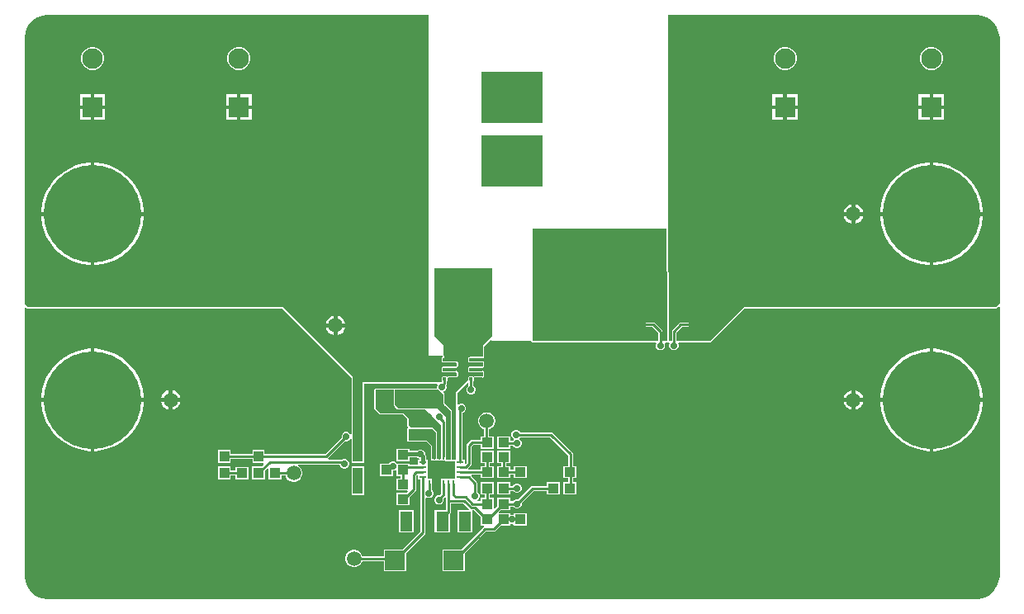
<source format=gtl>
G04*
G04 #@! TF.GenerationSoftware,Altium Limited,Altium Designer,21.3.2 (30)*
G04*
G04 Layer_Physical_Order=1*
G04 Layer_Color=255*
%FSLAX25Y25*%
%MOIN*%
G70*
G04*
G04 #@! TF.SameCoordinates,26355F08-9206-417B-94F2-C20795E45030*
G04*
G04*
G04 #@! TF.FilePolarity,Positive*
G04*
G01*
G75*
%ADD10C,0.01000*%
%ADD20R,0.06496X0.13189*%
%ADD21R,0.25000X0.20787*%
%ADD22R,0.07284X0.13386*%
%ADD23R,0.04331X0.03937*%
%ADD24R,0.03937X0.04331*%
%ADD25R,0.04331X0.04331*%
%ADD26R,0.04134X0.05906*%
%ADD27R,0.09449X0.05906*%
%ADD28R,0.10433X0.06496*%
%ADD29R,0.02756X0.00984*%
%ADD30R,0.00984X0.02756*%
%ADD31R,0.20984X0.23228*%
%ADD32R,0.20984X0.22008*%
%ADD33R,0.07874X0.07874*%
%ADD34R,0.05118X0.07874*%
%ADD35R,0.10236X0.07874*%
G04:AMPARAMS|DCode=58|XSize=11.85mil|YSize=13.82mil|CornerRadius=1.78mil|HoleSize=0mil|Usage=FLASHONLY|Rotation=90.000|XOffset=0mil|YOffset=0mil|HoleType=Round|Shape=RoundedRectangle|*
%AMROUNDEDRECTD58*
21,1,0.01185,0.01026,0,0,90.0*
21,1,0.00830,0.01382,0,0,90.0*
1,1,0.00356,0.00513,0.00415*
1,1,0.00356,0.00513,-0.00415*
1,1,0.00356,-0.00513,-0.00415*
1,1,0.00356,-0.00513,0.00415*
%
%ADD58ROUNDEDRECTD58*%
G04:AMPARAMS|DCode=59|XSize=11.85mil|YSize=34.49mil|CornerRadius=1.78mil|HoleSize=0mil|Usage=FLASHONLY|Rotation=90.000|XOffset=0mil|YOffset=0mil|HoleType=Round|Shape=RoundedRectangle|*
%AMROUNDEDRECTD59*
21,1,0.01185,0.03093,0,0,90.0*
21,1,0.00830,0.03449,0,0,90.0*
1,1,0.00356,0.01547,0.00415*
1,1,0.00356,0.01547,-0.00415*
1,1,0.00356,-0.01547,-0.00415*
1,1,0.00356,-0.01547,0.00415*
%
%ADD59ROUNDEDRECTD59*%
G04:AMPARAMS|DCode=60|XSize=11.85mil|YSize=48.27mil|CornerRadius=1.78mil|HoleSize=0mil|Usage=FLASHONLY|Rotation=90.000|XOffset=0mil|YOffset=0mil|HoleType=Round|Shape=RoundedRectangle|*
%AMROUNDEDRECTD60*
21,1,0.01185,0.04471,0,0,90.0*
21,1,0.00830,0.04827,0,0,90.0*
1,1,0.00356,0.02236,0.00415*
1,1,0.00356,0.02236,-0.00415*
1,1,0.00356,-0.02236,-0.00415*
1,1,0.00356,-0.02236,0.00415*
%
%ADD60ROUNDEDRECTD60*%
G04:AMPARAMS|DCode=61|XSize=11.85mil|YSize=55.16mil|CornerRadius=1.78mil|HoleSize=0mil|Usage=FLASHONLY|Rotation=90.000|XOffset=0mil|YOffset=0mil|HoleType=Round|Shape=RoundedRectangle|*
%AMROUNDEDRECTD61*
21,1,0.01185,0.05160,0,0,90.0*
21,1,0.00830,0.05516,0,0,90.0*
1,1,0.00356,0.02580,0.00415*
1,1,0.00356,0.02580,-0.00415*
1,1,0.00356,-0.02580,-0.00415*
1,1,0.00356,-0.02580,0.00415*
%
%ADD61ROUNDEDRECTD61*%
%ADD62C,0.04000*%
%ADD63C,0.01500*%
%ADD64C,0.05906*%
%ADD65R,0.08268X0.08268*%
%ADD66C,0.08268*%
%ADD67C,0.39370*%
%ADD68C,0.02756*%
G36*
X163088Y98425D02*
X168868D01*
X168918Y97925D01*
X168809Y97904D01*
X168585Y97754D01*
X168435Y97530D01*
X168382Y97265D01*
Y96436D01*
X168435Y96171D01*
X168585Y95947D01*
X168809Y95797D01*
X169073Y95745D01*
X174234D01*
X174601Y95311D01*
Y94453D01*
X174234Y94019D01*
X169073D01*
X168809Y93967D01*
X168585Y93817D01*
X168435Y93593D01*
X168382Y93328D01*
Y92499D01*
X168435Y92234D01*
X168585Y92010D01*
X168809Y91860D01*
X169073Y91808D01*
X174234D01*
X174601Y91374D01*
Y90516D01*
X174234Y90082D01*
X171140D01*
X170876Y90030D01*
X170620Y89896D01*
X170364Y90030D01*
X170100Y90082D01*
X169073D01*
X168809Y90030D01*
X168585Y89880D01*
X168435Y89656D01*
X168382Y89391D01*
Y88562D01*
X168435Y88297D01*
X168497Y88205D01*
X168326Y87705D01*
X168130D01*
X167874Y87598D01*
X134843D01*
X104331Y118110D01*
X1181D01*
X0Y119291D01*
Y226220D01*
Y227205D01*
X384Y229137D01*
X1138Y230957D01*
X2232Y232595D01*
X3625Y233988D01*
X5263Y235082D01*
X7083Y235836D01*
X9015Y236221D01*
X10000Y236220D01*
X163088Y236221D01*
Y98425D01*
D02*
G37*
G36*
X393701Y10000D02*
X393701Y9015D01*
X393317Y7083D01*
X392563Y5263D01*
X391468Y3625D01*
X390075Y2232D01*
X388438Y1138D01*
X386618Y384D01*
X384686Y-0D01*
X383701Y0D01*
X10000D01*
X9015Y-0D01*
X7083Y384D01*
X5263Y1138D01*
X3625Y2232D01*
X2232Y3625D01*
X1138Y5263D01*
X384Y7083D01*
X0Y9015D01*
Y10000D01*
Y117907D01*
X500Y118026D01*
X798Y117727D01*
X1181Y117569D01*
X1181Y117569D01*
X104106D01*
X132097Y89579D01*
Y66710D01*
X131597Y66610D01*
X131513Y66812D01*
X130985Y67340D01*
X130295Y67626D01*
X129548D01*
X128858Y67340D01*
X128329Y66812D01*
X128043Y66122D01*
Y65374D01*
X128062Y65330D01*
X121428Y58697D01*
X96957D01*
Y60343D01*
X92020D01*
Y58697D01*
X83177D01*
Y60343D01*
X78240D01*
Y55012D01*
X83177D01*
Y56658D01*
X92020D01*
Y55012D01*
X96367D01*
X96574Y54512D01*
X95712Y53650D01*
X91823D01*
Y48319D01*
X97154D01*
Y52208D01*
X98016Y53070D01*
X98516Y52863D01*
Y48516D01*
X103847D01*
Y49965D01*
X105360D01*
X105444Y49652D01*
X105898Y48864D01*
X106541Y48221D01*
X107329Y47767D01*
X108207Y47532D01*
X109116D01*
X109994Y47767D01*
X110782Y48221D01*
X111424Y48864D01*
X111879Y49652D01*
X112114Y50530D01*
Y51439D01*
X111879Y52317D01*
X111424Y53104D01*
X110782Y53747D01*
X110357Y53992D01*
X110491Y54492D01*
X127256D01*
Y54351D01*
X127542Y53661D01*
X128070Y53132D01*
X128760Y52846D01*
X129507D01*
X130198Y53132D01*
X130726Y53661D01*
X131012Y54351D01*
Y55098D01*
X130726Y55788D01*
X130198Y56317D01*
X129507Y56602D01*
X128760D01*
X128315Y56418D01*
X128261Y56454D01*
X127871Y56531D01*
X122836D01*
X122710Y56733D01*
X122647Y57031D01*
X129504Y63888D01*
X129548Y63870D01*
X130295D01*
X130985Y64156D01*
X131513Y64684D01*
X131597Y64886D01*
X132097Y64786D01*
Y61811D01*
Y57677D01*
X132177Y57273D01*
Y55012D01*
X137114D01*
Y57273D01*
X137195Y57677D01*
Y61811D01*
Y87057D01*
X151575D01*
X151575Y87057D01*
X151575Y87057D01*
X166440D01*
X166774Y86557D01*
X166626Y86200D01*
Y85453D01*
X166448Y85187D01*
X149606D01*
X149336Y85075D01*
X149065Y85187D01*
X141732D01*
X141350Y85028D01*
X141191Y84646D01*
Y77165D01*
X141350Y76783D01*
X141350Y76783D01*
X143318Y74814D01*
X143701Y74656D01*
X143701Y74656D01*
X152925D01*
X154577Y73004D01*
X154577Y70473D01*
X154577Y70472D01*
X154583Y70458D01*
X154583Y70452D01*
X154618Y69972D01*
X154618D01*
D01*
D01*
X154710Y69785D01*
X154735Y69280D01*
X154621Y69004D01*
X154618D01*
Y68997D01*
X154577Y68898D01*
Y64173D01*
X154618Y64074D01*
Y64067D01*
X154621D01*
X154735Y63791D01*
X155118Y63632D01*
X162374D01*
X164026Y61981D01*
Y56693D01*
X164184Y56310D01*
X164362Y56236D01*
Y55996D01*
X169886D01*
X169919Y55917D01*
X170302Y55758D01*
X172047D01*
X172318Y55870D01*
X172588Y55758D01*
X173909D01*
Y52354D01*
Y48728D01*
X168299D01*
Y46988D01*
X168272Y46850D01*
Y42681D01*
X167626Y42035D01*
X166949D01*
X166259Y41750D01*
X165731Y41221D01*
X165445Y40531D01*
Y39784D01*
X165731Y39094D01*
X166259Y38565D01*
X166949Y38280D01*
X167696D01*
X168387Y38565D01*
X168915Y39094D01*
X169201Y39784D01*
Y40531D01*
X169143Y40669D01*
X169740Y41266D01*
X170240Y41059D01*
Y35933D01*
X165642D01*
Y27059D01*
X171760D01*
Y34491D01*
X171981Y34712D01*
X172202Y35043D01*
X172279Y35433D01*
Y38819D01*
X177159D01*
X179545Y36433D01*
X179487Y36148D01*
X179358Y35933D01*
X174697D01*
Y27059D01*
X180815D01*
Y35563D01*
X180815Y35933D01*
X181261Y36063D01*
X181393D01*
X184146Y33310D01*
Y29815D01*
X185521D01*
X185570Y29315D01*
X185437Y29288D01*
X185106Y29067D01*
X181956Y25918D01*
X181956Y25918D01*
X176224Y20185D01*
X168791D01*
Y11311D01*
X177665D01*
Y18743D01*
X183398Y24476D01*
X183398Y24476D01*
X186249Y27327D01*
X189567D01*
X189957Y27404D01*
X190288Y27626D01*
X192477Y29815D01*
X196169D01*
Y30266D01*
X196378Y30406D01*
X197125D01*
X197531Y30134D01*
Y29815D01*
X202862D01*
Y34752D01*
X197531D01*
Y34433D01*
X197125Y34161D01*
X196378D01*
X196169Y34301D01*
Y34752D01*
X191572D01*
X191380Y35214D01*
X192280Y36114D01*
X196169D01*
Y37563D01*
X197208D01*
X197227Y37519D01*
X197755Y36991D01*
X198445Y36705D01*
X199193D01*
X199883Y36991D01*
X200411Y37519D01*
X200697Y38209D01*
Y38956D01*
X200678Y39000D01*
X205540Y43862D01*
X210917D01*
Y42413D01*
X216248D01*
Y47350D01*
X210917D01*
Y45902D01*
X205118D01*
X204728Y45824D01*
X204397Y45603D01*
X199237Y40442D01*
X199193Y40461D01*
X198445D01*
X197755Y40175D01*
X197227Y39646D01*
X197208Y39602D01*
X196169D01*
Y41051D01*
X190839D01*
Y37556D01*
X189938Y36656D01*
X189476Y36847D01*
Y41051D01*
X187831D01*
Y42413D01*
X189476D01*
Y47350D01*
X184146D01*
Y42413D01*
X185791D01*
Y41051D01*
X184146D01*
Y39602D01*
X182961D01*
X182862Y40102D01*
X182954Y40140D01*
X183482Y40668D01*
X183768Y41359D01*
Y42106D01*
X183482Y42796D01*
X182954Y43324D01*
X182909Y43343D01*
Y46850D01*
X182832Y47241D01*
X182611Y47571D01*
X180324Y49858D01*
X180531Y50358D01*
X184087D01*
Y48933D01*
X189417D01*
Y53870D01*
X187831D01*
Y55012D01*
X189476D01*
Y59949D01*
X184146D01*
Y55012D01*
X185791D01*
Y53870D01*
X184087D01*
Y52398D01*
X179350D01*
X179143Y52898D01*
X180248Y54003D01*
X180470Y54334D01*
X180547Y54724D01*
Y61782D01*
X181131Y62366D01*
X184146D01*
Y60917D01*
X189476D01*
Y65854D01*
X187634D01*
Y68746D01*
X187947Y68830D01*
X188734Y69284D01*
X189377Y69927D01*
X189832Y70714D01*
X190067Y71593D01*
Y72502D01*
X189832Y73380D01*
X189377Y74167D01*
X188734Y74810D01*
X187947Y75265D01*
X187069Y75500D01*
X186160D01*
X185282Y75265D01*
X184494Y74810D01*
X183851Y74167D01*
X183397Y73380D01*
X183161Y72502D01*
Y71593D01*
X183397Y70714D01*
X183851Y69927D01*
X184494Y69284D01*
X185282Y68830D01*
X185595Y68746D01*
Y65854D01*
X184146D01*
Y64405D01*
X180709D01*
X180318Y64328D01*
X179988Y64107D01*
X178807Y62926D01*
X178586Y62595D01*
X178508Y62205D01*
Y55147D01*
X178165Y54804D01*
X177665Y55011D01*
Y56307D01*
X176807D01*
Y75310D01*
X177442Y75573D01*
X177970Y76102D01*
X178256Y76792D01*
Y77539D01*
X177970Y78229D01*
X177442Y78757D01*
X176751Y79043D01*
X176004D01*
X175314Y78757D01*
X175254Y78697D01*
X174754Y78904D01*
Y83437D01*
X178785Y87469D01*
X179247Y87277D01*
Y86234D01*
X178723Y85709D01*
X178437Y85019D01*
Y84272D01*
X178723Y83582D01*
X179251Y83054D01*
X179941Y82768D01*
X180689D01*
X181379Y83054D01*
X181907Y83582D01*
X182193Y84272D01*
Y85019D01*
X181907Y85709D01*
X181379Y86238D01*
X181287Y86276D01*
Y87597D01*
Y88170D01*
D01*
X181370Y88296D01*
X181423Y88560D01*
Y89386D01*
X181453Y89411D01*
X181502Y89415D01*
X181690Y89513D01*
X181826Y89540D01*
X184866D01*
X185035Y89609D01*
X185209Y89662D01*
X185383Y89805D01*
X185396Y89830D01*
X185422Y89841D01*
X185492Y90009D01*
X185502Y90028D01*
X185578Y90170D01*
X185570Y90197D01*
X185581Y90223D01*
Y91664D01*
X185570Y91690D01*
X185578Y91717D01*
X185492Y91878D01*
X185422Y92047D01*
X185396Y92057D01*
X185383Y92082D01*
X185209Y92225D01*
X185035Y92278D01*
X184866Y92348D01*
X179759D01*
X179652Y92369D01*
X179607Y92399D01*
X179577Y92444D01*
X179556Y92551D01*
Y93274D01*
X179577Y93380D01*
X179607Y93425D01*
X179652Y93455D01*
X179759Y93477D01*
X184866D01*
X185035Y93547D01*
X185209Y93599D01*
X185383Y93742D01*
X185396Y93767D01*
X185422Y93778D01*
X185492Y93946D01*
D01*
X185578Y94107D01*
X185570Y94134D01*
X185581Y94160D01*
Y95601D01*
X185570Y95627D01*
X185578Y95654D01*
X185492Y95815D01*
D01*
X185422Y95984D01*
X185396Y95994D01*
X185383Y96019D01*
X185209Y96162D01*
X185035Y96215D01*
X184866Y96285D01*
X179759D01*
X179652Y96306D01*
X179607Y96336D01*
X179577Y96381D01*
D01*
X179556Y96488D01*
D01*
Y97211D01*
X179577Y97317D01*
X179607Y97362D01*
X179652Y97392D01*
X179759Y97414D01*
X184866D01*
X185035Y97484D01*
X185209Y97537D01*
X185383Y97679D01*
X185396Y97704D01*
X185422Y97715D01*
X185492Y97883D01*
D01*
X185578Y98044D01*
X185570Y98071D01*
X185581Y98097D01*
Y102138D01*
X187920Y104478D01*
X188354Y104638D01*
X188800Y104507D01*
X188976Y104331D01*
X204577Y104331D01*
X204735Y103948D01*
X205118Y103789D01*
X254689D01*
X255018Y103289D01*
X255018Y103289D01*
X254856Y103128D01*
Y101748D01*
X255956Y100647D01*
X257512D01*
X258612Y101748D01*
Y102899D01*
X258450Y103289D01*
X258779Y103789D01*
X259449D01*
X259645Y103871D01*
X259962Y103924D01*
X260247Y103870D01*
X260251Y103867D01*
X260474Y103574D01*
X260454Y103305D01*
X260285Y102899D01*
Y101748D01*
X261386Y100647D01*
X262941D01*
X264041Y101748D01*
Y103128D01*
X263880Y103289D01*
X264209Y103789D01*
X276772Y103789D01*
X276772Y103789D01*
X277154Y103948D01*
X277154Y103948D01*
X290775Y117569D01*
X392126D01*
X392126Y117569D01*
X392509Y117727D01*
X392891Y118110D01*
X393701D01*
X393701Y10000D01*
D02*
G37*
G36*
X259301Y132640D02*
X259343Y132540D01*
Y132432D01*
X259449Y132176D01*
Y104831D01*
Y104331D01*
X257480D01*
Y108661D01*
X254331Y111811D01*
X250787D01*
Y110236D01*
X253543D01*
X255906Y107874D01*
Y104331D01*
X205118D01*
Y149606D01*
X259301D01*
Y132640D01*
D02*
G37*
G36*
X386618Y235836D02*
X388438Y235082D01*
X390075Y233988D01*
X391468Y232595D01*
X392563Y230957D01*
X393317Y229137D01*
X393701Y227205D01*
Y226220D01*
Y119685D01*
X392126Y118110D01*
X290551D01*
X276772Y104331D01*
X262992Y104331D01*
Y107874D01*
X265354Y110236D01*
X268110D01*
Y111811D01*
X264567D01*
X261417Y108661D01*
Y104331D01*
X260490D01*
X259990Y104831D01*
Y132176D01*
X259949Y132275D01*
Y132383D01*
X259842Y132640D01*
Y149606D01*
Y236221D01*
X384686D01*
X386618Y235836D01*
D02*
G37*
G36*
X188976Y106299D02*
X185039Y102362D01*
Y98097D01*
X184866Y97955D01*
X179706D01*
X179441Y97902D01*
X179217Y97752D01*
X179067Y97528D01*
X179015Y97264D01*
Y96434D01*
X179067Y96170D01*
X179217Y95946D01*
X179441Y95796D01*
X179706Y95743D01*
X184866D01*
X185039Y95601D01*
Y94160D01*
X184866Y94018D01*
X179706D01*
X179441Y93965D01*
X179217Y93815D01*
X179067Y93591D01*
X179015Y93327D01*
Y92497D01*
X179067Y92233D01*
X179217Y92009D01*
X179441Y91859D01*
X179706Y91806D01*
X184866D01*
X185039Y91664D01*
Y90223D01*
X184866Y90081D01*
X181772D01*
X181508Y90028D01*
X181252Y89895D01*
X180996Y90028D01*
X180732Y90081D01*
X179706D01*
X179441Y90028D01*
X179217Y89878D01*
X179067Y89654D01*
X179015Y89390D01*
Y88560D01*
X179031Y88480D01*
X174213Y83661D01*
Y77756D01*
Y56307D01*
X173909D01*
Y56299D01*
X172588D01*
Y75984D01*
X172430Y76367D01*
X172430Y76367D01*
X170174Y78623D01*
X169885Y78743D01*
X169765Y79032D01*
X169765Y79032D01*
X169615Y79182D01*
Y82895D01*
X169615Y82895D01*
X169456Y83278D01*
X169166Y83568D01*
X169231Y84095D01*
X169568Y84235D01*
X170096Y84763D01*
X170382Y85453D01*
Y86200D01*
X170272Y86467D01*
X170308Y86503D01*
X170529Y86834D01*
X170606Y87224D01*
Y88099D01*
X170738Y88297D01*
X170791Y88562D01*
Y89387D01*
X170821Y89412D01*
X170870Y89416D01*
X171057Y89514D01*
X171194Y89541D01*
X174234D01*
X174256Y89550D01*
X174278Y89543D01*
X174444Y89628D01*
X174616Y89700D01*
X174625Y89721D01*
X174646Y89732D01*
X175014Y90166D01*
X175071Y90344D01*
X175143Y90516D01*
Y91374D01*
X175071Y91546D01*
X175014Y91724D01*
X174646Y92158D01*
X174625Y92168D01*
X174616Y92190D01*
X174444Y92262D01*
X174278Y92347D01*
X174256Y92340D01*
X174234Y92349D01*
X169127D01*
X169073Y92359D01*
Y93467D01*
X169127Y93478D01*
X174234D01*
X174256Y93487D01*
X174278Y93480D01*
X174444Y93565D01*
X174616Y93637D01*
X174625Y93658D01*
X174646Y93669D01*
X175014Y94103D01*
X175071Y94281D01*
X175143Y94453D01*
Y95311D01*
X175071Y95483D01*
X175014Y95661D01*
X174646Y96095D01*
X174625Y96105D01*
X174616Y96127D01*
X174444Y96199D01*
X174278Y96284D01*
X174256Y96277D01*
X174234Y96286D01*
X169127D01*
X169073Y96296D01*
Y97428D01*
X169175Y97496D01*
X169336Y97582D01*
X169344Y97609D01*
X169368Y97624D01*
X169403Y97804D01*
X169456Y97978D01*
X169407Y98478D01*
X169321Y98639D01*
X169251Y98808D01*
X169225Y98819D01*
X169212Y98843D01*
X169073Y98886D01*
Y102580D01*
X165354Y106299D01*
X165354Y133858D01*
X188976D01*
Y106299D01*
D02*
G37*
G36*
X149065Y78740D02*
X149065Y78740D01*
X149224Y78357D01*
X149224Y78357D01*
X149606Y77975D01*
Y77756D01*
X150591Y76772D01*
X150825D01*
X151181Y76624D01*
X151181Y76624D01*
X161959D01*
X165817Y72766D01*
X165826Y72744D01*
X166354Y72216D01*
X166376Y72206D01*
X168139Y70443D01*
Y56693D01*
X166535D01*
Y67716D01*
X164960Y69291D01*
X156299Y69291D01*
X155118Y70472D01*
X155118Y73228D01*
X153150Y75197D01*
X143701D01*
X141732Y77165D01*
Y84646D01*
X149065D01*
Y78740D01*
D02*
G37*
G36*
X156299Y68750D02*
X156299Y68750D01*
X164736Y68750D01*
X165994Y67492D01*
Y56693D01*
X164567D01*
Y62205D01*
X162598Y64173D01*
X155118D01*
Y68898D01*
X155943D01*
X156299Y68750D01*
D02*
G37*
G36*
X167440Y84235D02*
X167941Y84027D01*
X169073Y82895D01*
Y78958D01*
X169382Y78650D01*
Y78240D01*
X169791D01*
X172047Y75984D01*
Y56299D01*
X170302D01*
Y57829D01*
X170311Y57874D01*
Y71611D01*
X170302Y71656D01*
Y73792D01*
X166929Y77165D01*
X151181D01*
X149606Y78740D01*
Y84646D01*
X167029D01*
X167440Y84235D01*
D02*
G37*
%LPC*%
G36*
X87177Y223138D02*
X85957D01*
X84778Y222822D01*
X83722Y222212D01*
X82859Y221349D01*
X82249Y220292D01*
X81933Y219114D01*
Y217894D01*
X82249Y216715D01*
X82859Y215659D01*
X83722Y214796D01*
X84778Y214186D01*
X85957Y213870D01*
X87177D01*
X88355Y214186D01*
X89412Y214796D01*
X90275Y215659D01*
X90885Y216715D01*
X91201Y217894D01*
Y219114D01*
X90885Y220292D01*
X90275Y221349D01*
X89412Y222212D01*
X88355Y222822D01*
X87177Y223138D01*
D02*
G37*
G36*
X28122D02*
X26902D01*
X25723Y222822D01*
X24667Y222212D01*
X23804Y221349D01*
X23194Y220292D01*
X22878Y219114D01*
Y217894D01*
X23194Y216715D01*
X23804Y215659D01*
X24667Y214796D01*
X25723Y214186D01*
X26902Y213870D01*
X28122D01*
X29300Y214186D01*
X30357Y214796D01*
X31220Y215659D01*
X31830Y216715D01*
X32146Y217894D01*
Y219114D01*
X31830Y220292D01*
X31220Y221349D01*
X30357Y222212D01*
X29300Y222822D01*
X28122Y223138D01*
D02*
G37*
G36*
X32646Y203953D02*
X28262D01*
Y199569D01*
X32646D01*
Y203953D01*
D02*
G37*
G36*
X91701D02*
X87317D01*
Y199569D01*
X91701D01*
Y203953D01*
D02*
G37*
G36*
X85817D02*
X81433D01*
Y199569D01*
X85817D01*
Y203953D01*
D02*
G37*
G36*
X26762D02*
X22378D01*
Y199569D01*
X26762D01*
Y203953D01*
D02*
G37*
G36*
X91701Y198069D02*
X87317D01*
Y193685D01*
X91701D01*
Y198069D01*
D02*
G37*
G36*
X85817D02*
X81433D01*
Y193685D01*
X85817D01*
Y198069D01*
D02*
G37*
G36*
X32646D02*
X28262D01*
Y193685D01*
X32646D01*
Y198069D01*
D02*
G37*
G36*
X26762D02*
X22378D01*
Y193685D01*
X26762D01*
Y198069D01*
D02*
G37*
G36*
X28915Y176315D02*
X28309D01*
Y156380D01*
X48244D01*
Y156986D01*
X47890Y159674D01*
X47188Y162293D01*
X46151Y164798D01*
X44795Y167147D01*
X43144Y169298D01*
X41227Y171215D01*
X39076Y172866D01*
X36727Y174222D01*
X34222Y175259D01*
X31603Y175961D01*
X28915Y176315D01*
D02*
G37*
G36*
X26809D02*
X26203D01*
X23515Y175961D01*
X20896Y175259D01*
X18391Y174222D01*
X16042Y172866D01*
X13891Y171215D01*
X11974Y169298D01*
X10323Y167147D01*
X8967Y164798D01*
X7930Y162293D01*
X7228Y159674D01*
X6874Y156986D01*
Y156380D01*
X26809D01*
Y176315D01*
D02*
G37*
G36*
X48244Y154880D02*
X28309D01*
Y134945D01*
X28915D01*
X31603Y135299D01*
X34222Y136001D01*
X36727Y137038D01*
X39076Y138394D01*
X41227Y140045D01*
X43144Y141962D01*
X44795Y144113D01*
X46151Y146461D01*
X47188Y148967D01*
X47890Y151586D01*
X48244Y154274D01*
Y154880D01*
D02*
G37*
G36*
X26809D02*
X6874D01*
Y154274D01*
X7228Y151586D01*
X7930Y148967D01*
X8967Y146461D01*
X10323Y144113D01*
X11974Y141962D01*
X13891Y140045D01*
X16042Y138394D01*
X18391Y137038D01*
X20896Y136001D01*
X23515Y135299D01*
X26203Y134945D01*
X26809D01*
Y154880D01*
D02*
G37*
G36*
X126341Y114521D02*
Y111380D01*
X129482D01*
X129274Y112156D01*
X128753Y113057D01*
X128018Y113793D01*
X127116Y114313D01*
X126341Y114521D01*
D02*
G37*
G36*
X124841D02*
X124065Y114313D01*
X123163Y113793D01*
X122428Y113057D01*
X121907Y112156D01*
X121699Y111380D01*
X124841D01*
Y114521D01*
D02*
G37*
G36*
X129482Y109880D02*
X126341D01*
Y106739D01*
X127116Y106947D01*
X128018Y107467D01*
X128753Y108203D01*
X129274Y109104D01*
X129482Y109880D01*
D02*
G37*
G36*
X124841D02*
X121699D01*
X121907Y109104D01*
X122428Y108203D01*
X123163Y107467D01*
X124065Y106947D01*
X124841Y106739D01*
Y109880D01*
D02*
G37*
G36*
X59805Y84482D02*
Y81340D01*
X62946D01*
X62739Y82116D01*
X62218Y83018D01*
X61482Y83754D01*
X60581Y84274D01*
X59805Y84482D01*
D02*
G37*
G36*
X28915Y101276D02*
X28309D01*
Y81340D01*
X48244D01*
Y81946D01*
X47890Y84635D01*
X47188Y87254D01*
X46151Y89759D01*
X44795Y92107D01*
X43144Y94258D01*
X41227Y96176D01*
X39076Y97826D01*
X36727Y99182D01*
X34222Y100220D01*
X31603Y100922D01*
X28915Y101276D01*
D02*
G37*
G36*
X367497D02*
X366892D01*
Y81340D01*
X386827D01*
Y81946D01*
X386473Y84635D01*
X385771Y87254D01*
X384733Y89759D01*
X383378Y92107D01*
X381727Y94258D01*
X379810Y96176D01*
X377658Y97826D01*
X375310Y99182D01*
X372805Y100220D01*
X370186Y100922D01*
X367497Y101276D01*
D02*
G37*
G36*
X58305Y84482D02*
X57529Y84274D01*
X56628Y83754D01*
X55892Y83018D01*
X55372Y82116D01*
X55164Y81340D01*
X58305D01*
Y84482D01*
D02*
G37*
G36*
X365392Y101276D02*
X364786D01*
X362098Y100922D01*
X359478Y100220D01*
X356973Y99182D01*
X354625Y97826D01*
X352474Y96176D01*
X350556Y94258D01*
X348906Y92107D01*
X347550Y89759D01*
X346512Y87254D01*
X345811Y84635D01*
X345457Y81946D01*
Y81340D01*
X365392D01*
Y101276D01*
D02*
G37*
G36*
X26809D02*
X26203D01*
X23515Y100922D01*
X20896Y100220D01*
X18391Y99182D01*
X16042Y97826D01*
X13891Y96176D01*
X11974Y94258D01*
X10323Y92107D01*
X8967Y89759D01*
X7930Y87254D01*
X7228Y84635D01*
X6874Y81946D01*
Y81340D01*
X26809D01*
Y101276D01*
D02*
G37*
G36*
X335396Y84466D02*
Y81325D01*
X338537D01*
X338329Y82100D01*
X337809Y83002D01*
X337073Y83738D01*
X336171Y84258D01*
X335396Y84466D01*
D02*
G37*
G36*
X333896Y84466D02*
X333120Y84258D01*
X332219Y83738D01*
X331483Y83002D01*
X330962Y82100D01*
X330754Y81325D01*
X333896D01*
Y84466D01*
D02*
G37*
G36*
X62946Y79840D02*
X59805D01*
Y76699D01*
X60581Y76907D01*
X61482Y77428D01*
X62218Y78163D01*
X62739Y79065D01*
X62946Y79840D01*
D02*
G37*
G36*
X58305D02*
X55164D01*
X55372Y79065D01*
X55892Y78163D01*
X56628Y77428D01*
X57529Y76907D01*
X58305Y76699D01*
Y79840D01*
D02*
G37*
G36*
X338537Y79825D02*
X335396D01*
Y76683D01*
X336171Y76891D01*
X337073Y77412D01*
X337809Y78148D01*
X338329Y79049D01*
X338537Y79825D01*
D02*
G37*
G36*
X333896D02*
X330754D01*
X330962Y79049D01*
X331483Y78148D01*
X332219Y77412D01*
X333120Y76891D01*
X333896Y76683D01*
Y79825D01*
D02*
G37*
G36*
X198799Y68413D02*
X198052D01*
X197361Y68128D01*
X196833Y67599D01*
X196547Y66909D01*
Y66162D01*
X196833Y65472D01*
X197361Y64943D01*
X197394Y64930D01*
X197501Y64390D01*
X197175Y64012D01*
X196169D01*
Y65854D01*
X190839D01*
Y60917D01*
X196169D01*
Y61972D01*
X197208D01*
X197227Y61928D01*
X197755Y61400D01*
X198445Y61114D01*
X199193D01*
X199883Y61400D01*
X200411Y61928D01*
X200697Y62619D01*
Y63366D01*
X200411Y64056D01*
X199883Y64584D01*
X199850Y64598D01*
X199743Y65137D01*
X200069Y65516D01*
X212176D01*
X219453Y58239D01*
Y53870D01*
X217610D01*
Y48933D01*
X219453D01*
Y47350D01*
X217610D01*
Y42413D01*
X222941D01*
Y47350D01*
X221492D01*
Y48933D01*
X222941D01*
Y53870D01*
X221492D01*
Y58661D01*
X221414Y59052D01*
X221193Y59382D01*
X213319Y67256D01*
X212989Y67477D01*
X212598Y67555D01*
X200036D01*
X200017Y67599D01*
X199489Y68128D01*
X198799Y68413D01*
D02*
G37*
G36*
X386827Y79840D02*
X366892D01*
Y59905D01*
X367497D01*
X370186Y60259D01*
X372805Y60961D01*
X375310Y61999D01*
X377658Y63355D01*
X379810Y65005D01*
X381727Y66923D01*
X383378Y69074D01*
X384733Y71422D01*
X385771Y73927D01*
X386473Y76546D01*
X386827Y79235D01*
Y79840D01*
D02*
G37*
G36*
X365392D02*
X345457D01*
Y79235D01*
X345811Y76546D01*
X346512Y73927D01*
X347550Y71422D01*
X348906Y69074D01*
X350556Y66923D01*
X352474Y65005D01*
X354625Y63355D01*
X356973Y61999D01*
X359478Y60961D01*
X362098Y60259D01*
X364786Y59905D01*
X365392D01*
Y79840D01*
D02*
G37*
G36*
X48244D02*
X28309D01*
Y59905D01*
X28915D01*
X31603Y60259D01*
X34222Y60961D01*
X36727Y61999D01*
X39076Y63355D01*
X41227Y65005D01*
X43144Y66923D01*
X44795Y69074D01*
X46151Y71422D01*
X47188Y73927D01*
X47890Y76546D01*
X48244Y79235D01*
Y79840D01*
D02*
G37*
G36*
X26809D02*
X6874D01*
Y79235D01*
X7228Y76546D01*
X7930Y73927D01*
X8967Y71422D01*
X10323Y69074D01*
X11974Y66923D01*
X13891Y65005D01*
X16042Y63355D01*
X18391Y61999D01*
X20896Y60961D01*
X23515Y60259D01*
X26203Y59905D01*
X26809D01*
Y79840D01*
D02*
G37*
G36*
X155618Y60736D02*
X150287D01*
Y55799D01*
X155618D01*
Y57387D01*
X158461D01*
X158779Y57069D01*
X159469Y56783D01*
X159412Y56307D01*
X158949D01*
Y54366D01*
X155618D01*
Y54831D01*
X150331D01*
X150305Y54895D01*
X149776Y55423D01*
X149086Y55709D01*
X148339D01*
X147649Y55423D01*
X147121Y54895D01*
X147094Y54831D01*
X143595D01*
Y49894D01*
X148925D01*
Y51953D01*
X149086D01*
X149776Y52239D01*
X149826Y52288D01*
X150287Y52096D01*
Y49894D01*
X151933D01*
Y48925D01*
X150287D01*
Y43988D01*
X154491D01*
X154683Y43526D01*
X154176Y43020D01*
X150287D01*
Y38083D01*
X155618D01*
Y41578D01*
X157808Y43767D01*
X158029Y44098D01*
X158106Y44488D01*
Y49971D01*
X158449Y50314D01*
X158949Y50251D01*
Y48417D01*
X159807D01*
Y27391D01*
X152601Y20185D01*
X145169D01*
Y17555D01*
X136372D01*
X136288Y17868D01*
X135834Y18655D01*
X135191Y19298D01*
X134404Y19753D01*
X133525Y19988D01*
X132616D01*
X131738Y19753D01*
X130951Y19298D01*
X130308Y18655D01*
X129853Y17868D01*
X129618Y16990D01*
Y16081D01*
X129853Y15203D01*
X130308Y14415D01*
X130951Y13773D01*
X131738Y13318D01*
X132616Y13083D01*
X133525D01*
X134404Y13318D01*
X135191Y13773D01*
X135834Y14415D01*
X136288Y15203D01*
X136372Y15516D01*
X145169D01*
Y11311D01*
X154043D01*
Y18743D01*
X161548Y26248D01*
X161769Y26578D01*
X161846Y26969D01*
Y40857D01*
X162346Y41131D01*
X162831Y40930D01*
X163578D01*
X164269Y41216D01*
X164797Y41744D01*
X165083Y42434D01*
Y43181D01*
X164797Y43872D01*
X164405Y44263D01*
Y46850D01*
X164378Y46988D01*
Y48728D01*
X162705D01*
Y52354D01*
Y56307D01*
X162101D01*
Y57677D01*
X162004Y58165D01*
X161728Y58578D01*
X161721Y58586D01*
Y59035D01*
X161435Y59725D01*
X160906Y60254D01*
X160216Y60539D01*
X159469D01*
X158779Y60254D01*
X158461Y59936D01*
X155618D01*
Y60736D01*
D02*
G37*
G36*
X196169Y59949D02*
X190839D01*
Y55012D01*
X192484D01*
Y53870D01*
X190779D01*
Y48933D01*
X196110D01*
Y50441D01*
X197531D01*
Y48933D01*
X202862D01*
Y53870D01*
X197531D01*
Y52480D01*
X196110D01*
Y53870D01*
X194524D01*
Y55012D01*
X196169D01*
Y59949D01*
D02*
G37*
G36*
X83177Y53650D02*
X78240D01*
Y48319D01*
X83177D01*
Y49965D01*
X85130D01*
Y48516D01*
X90461D01*
Y53453D01*
X85130D01*
Y52004D01*
X83177D01*
Y53650D01*
D02*
G37*
G36*
X196169Y47350D02*
X190839D01*
Y42413D01*
X196169D01*
Y43862D01*
X197208D01*
X197227Y43818D01*
X197755Y43290D01*
X198445Y43004D01*
X199193D01*
X199883Y43290D01*
X200411Y43818D01*
X200697Y44508D01*
Y45255D01*
X200411Y45946D01*
X199883Y46474D01*
X199193Y46760D01*
X198445D01*
X197755Y46474D01*
X197227Y45946D01*
X197208Y45902D01*
X196169D01*
Y47350D01*
D02*
G37*
G36*
X137114Y53650D02*
X132177D01*
Y51389D01*
X132097Y50984D01*
Y47835D01*
Y44685D01*
X132177Y44280D01*
Y42020D01*
X137114D01*
Y44280D01*
X137195Y44685D01*
Y47835D01*
Y50984D01*
X137114Y51389D01*
Y53650D01*
D02*
G37*
G36*
X157193Y35933D02*
X151075D01*
Y27059D01*
X157193D01*
Y35933D01*
D02*
G37*
G36*
X366705Y223138D02*
X365484D01*
X364306Y222822D01*
X363249Y222212D01*
X362386Y221349D01*
X361776Y220292D01*
X361461Y219114D01*
Y217894D01*
X361776Y216715D01*
X362386Y215659D01*
X363249Y214796D01*
X364306Y214186D01*
X365484Y213870D01*
X366705D01*
X367883Y214186D01*
X368940Y214796D01*
X369802Y215659D01*
X370413Y216715D01*
X370728Y217894D01*
Y219114D01*
X370413Y220292D01*
X369802Y221349D01*
X368940Y222212D01*
X367883Y222822D01*
X366705Y223138D01*
D02*
G37*
G36*
X307649D02*
X306429D01*
X305251Y222822D01*
X304194Y222212D01*
X303331Y221349D01*
X302721Y220292D01*
X302406Y219114D01*
Y217894D01*
X302721Y216715D01*
X303331Y215659D01*
X304194Y214796D01*
X305251Y214186D01*
X306429Y213870D01*
X307649D01*
X308828Y214186D01*
X309885Y214796D01*
X310747Y215659D01*
X311357Y216715D01*
X311673Y217894D01*
Y219114D01*
X311357Y220292D01*
X310747Y221349D01*
X309885Y222212D01*
X308828Y222822D01*
X307649Y223138D01*
D02*
G37*
G36*
X312173Y203953D02*
X307789D01*
Y199569D01*
X312173D01*
Y203953D01*
D02*
G37*
G36*
X371228D02*
X366845D01*
Y199569D01*
X371228D01*
Y203953D01*
D02*
G37*
G36*
X365345D02*
X360961D01*
Y199569D01*
X365345D01*
Y203953D01*
D02*
G37*
G36*
X306289D02*
X301905D01*
Y199569D01*
X306289D01*
Y203953D01*
D02*
G37*
G36*
X371228Y198069D02*
X366845D01*
Y193685D01*
X371228D01*
Y198069D01*
D02*
G37*
G36*
X365345D02*
X360961D01*
Y193685D01*
X365345D01*
Y198069D01*
D02*
G37*
G36*
X312173D02*
X307789D01*
Y193685D01*
X312173D01*
Y198069D01*
D02*
G37*
G36*
X306289D02*
X301905D01*
Y193685D01*
X306289D01*
Y198069D01*
D02*
G37*
G36*
X335396Y159521D02*
Y156380D01*
X338537D01*
X338329Y157156D01*
X337809Y158057D01*
X337073Y158793D01*
X336171Y159313D01*
X335396Y159521D01*
D02*
G37*
G36*
X367497Y176315D02*
X366892D01*
Y156380D01*
X386827D01*
Y156986D01*
X386473Y159674D01*
X385771Y162293D01*
X384733Y164798D01*
X383378Y167147D01*
X381727Y169298D01*
X379810Y171215D01*
X377658Y172866D01*
X375310Y174222D01*
X372805Y175259D01*
X370186Y175961D01*
X367497Y176315D01*
D02*
G37*
G36*
X333896Y159521D02*
X333120Y159313D01*
X332219Y158793D01*
X331483Y158057D01*
X330962Y157156D01*
X330754Y156380D01*
X333896D01*
Y159521D01*
D02*
G37*
G36*
X365392Y176315D02*
X364786D01*
X362098Y175961D01*
X359478Y175259D01*
X356973Y174222D01*
X354625Y172866D01*
X352474Y171215D01*
X350556Y169298D01*
X348906Y167147D01*
X347550Y164798D01*
X346512Y162293D01*
X345811Y159674D01*
X345457Y156986D01*
Y156380D01*
X365392D01*
Y176315D01*
D02*
G37*
G36*
X338537Y154880D02*
X335396D01*
Y151739D01*
X336171Y151946D01*
X337073Y152467D01*
X337809Y153203D01*
X338329Y154104D01*
X338537Y154880D01*
D02*
G37*
G36*
X333896D02*
X330754D01*
X330962Y154104D01*
X331483Y153203D01*
X332219Y152467D01*
X333120Y151946D01*
X333896Y151739D01*
Y154880D01*
D02*
G37*
G36*
X386827D02*
X366892D01*
Y134945D01*
X367497D01*
X370186Y135299D01*
X372805Y136001D01*
X375310Y137038D01*
X377658Y138394D01*
X379810Y140045D01*
X381727Y141962D01*
X383378Y144113D01*
X384733Y146461D01*
X385771Y148967D01*
X386473Y151586D01*
X386827Y154274D01*
Y154880D01*
D02*
G37*
G36*
X365392D02*
X345457D01*
Y154274D01*
X345811Y151586D01*
X346512Y148967D01*
X347550Y146461D01*
X348906Y144113D01*
X350556Y141962D01*
X352474Y140045D01*
X354625Y138394D01*
X356973Y137038D01*
X359478Y136001D01*
X362098Y135299D01*
X364786Y134945D01*
X365392D01*
Y154880D01*
D02*
G37*
%LPD*%
D10*
X220472Y45079D02*
Y58661D01*
X220276Y44882D02*
X220472Y45079D01*
X198425Y66535D02*
X212598D01*
X220472Y58661D01*
X205118Y44882D02*
X213583D01*
X198819Y38583D02*
X205118Y44882D01*
X185827Y28346D02*
X189567D01*
X182677Y25197D02*
X185827Y28346D01*
X189567D02*
X191839Y30618D01*
X193307Y32283D02*
X196752D01*
X191839Y30618D02*
Y30815D01*
X193307Y32283D01*
X176665Y19185D02*
X176665D01*
X173228Y15748D02*
X176665Y19185D01*
X182677Y25197D02*
Y25197D01*
X176665Y19185D02*
X182677Y25197D01*
X186614Y72047D02*
Y73401D01*
Y63583D02*
Y72047D01*
X196752Y32283D02*
X200000D01*
X179331Y49409D02*
X181890Y46850D01*
Y41732D02*
Y46850D01*
X175787Y49409D02*
X179331D01*
X193504Y51461D02*
X200138D01*
X200197Y51402D01*
X171260Y39839D02*
X171260Y39839D01*
X171260Y35433D02*
Y46850D01*
X171260Y39839D02*
X177581D01*
X168701Y32874D02*
X171260Y35433D01*
X168701Y31496D02*
Y32874D01*
X177581Y39839D02*
X180337Y37083D01*
X186614Y32283D02*
X187008D01*
X185146Y33752D02*
Y33752D01*
X180337Y37083D02*
X181815D01*
X185146Y33752D02*
X186614Y32283D01*
X181815Y37083D02*
X185146Y33752D01*
X187008Y32283D02*
X193307Y38583D01*
X193504D02*
X198819D01*
X193307D02*
X193504D01*
Y44882D02*
X198819D01*
X262163Y108227D02*
X264961Y111024D01*
X271260D01*
X262163Y102525D02*
Y108227D01*
X256734Y102525D02*
Y108227D01*
X247638Y111024D02*
X253937D01*
X256734Y108227D01*
X133071Y16535D02*
X148819D01*
X149606Y15748D01*
X186614Y63583D02*
X186811Y63386D01*
X193445Y51402D02*
X193504Y51461D01*
Y57480D01*
X186811Y51461D02*
Y57480D01*
X186752Y51402D02*
X186811Y51461D01*
X186728Y51378D02*
X186752Y51402D01*
X175787Y51378D02*
X186728D01*
X180709Y63386D02*
X186811D01*
X179528Y62205D02*
X180709Y63386D01*
X179528Y54724D02*
Y62205D01*
X178150Y53347D02*
X179528Y54724D01*
X175787Y53347D02*
X178150D01*
X193898Y62992D02*
X198819D01*
X193504Y63386D02*
X193898Y62992D01*
X186811Y38583D02*
Y44882D01*
X178203Y41339D02*
X180959Y38583D01*
X174016Y41339D02*
X178203D01*
X180959Y38583D02*
X186811D01*
X173228Y42126D02*
Y46850D01*
Y42126D02*
X174016Y41339D01*
X128347Y44291D02*
X132980Y39658D01*
X94488Y44291D02*
X128347D01*
X134646Y37992D02*
Y38189D01*
X132980Y39658D02*
X133177D01*
X134646Y38189D01*
X127871Y55512D02*
X128659Y54724D01*
X99016Y55512D02*
X127871D01*
X128659Y54724D02*
X129134D01*
X94488Y50984D02*
X99016Y55512D01*
X163205Y42808D02*
X163386Y42989D01*
Y46850D01*
X94488Y57677D02*
X121850D01*
X129921Y65748D01*
X80709Y57677D02*
X94488D01*
X94488Y57677D01*
X87795Y50984D02*
X87795Y50984D01*
X80709Y50984D02*
X87795D01*
X101181Y50984D02*
X108661D01*
X146260Y52362D02*
X147728Y53831D01*
X148713D01*
X167323Y40290D02*
X169291Y42259D01*
X167323Y40157D02*
Y40290D01*
X169291Y42259D02*
Y46850D01*
X160827Y26969D02*
Y49409D01*
X149606Y15748D02*
X160827Y26969D01*
X152953Y40551D02*
X153150D01*
X157087Y44488D01*
Y50394D01*
X158071Y51378D02*
X160827D01*
X157087Y50394D02*
X158071Y51378D01*
X153937Y53347D02*
X160827D01*
X152953Y52362D02*
X153937Y53347D01*
X152953Y46457D02*
Y52362D01*
X152953Y52362D02*
X152953Y52362D01*
X167418Y73485D02*
X169291Y71611D01*
Y57874D02*
Y71611D01*
X167418Y73485D02*
Y73808D01*
X176378Y76690D02*
Y77165D01*
X175787Y76100D02*
X176378Y76690D01*
X175787Y55315D02*
Y76100D01*
X168504Y86141D02*
X169587Y87224D01*
Y88976D01*
X168504Y85827D02*
Y86141D01*
X180267Y84694D02*
Y88927D01*
Y84694D02*
X180315Y84646D01*
X180219Y88975D02*
X180267Y88927D01*
D20*
X247638Y111024D02*
D03*
X271260D02*
D03*
D21*
X196850Y177165D02*
D03*
Y202894D02*
D03*
D22*
X90158Y127657D02*
D03*
Y108563D02*
D03*
X303543Y127657D02*
D03*
Y108563D02*
D03*
D23*
X87795Y50984D02*
D03*
X101181D02*
D03*
X220276Y44882D02*
D03*
X213583D02*
D03*
X152953Y58268D02*
D03*
X146260D02*
D03*
X213583Y51402D02*
D03*
X220276D02*
D03*
X150591Y66535D02*
D03*
X157283D02*
D03*
Y72441D02*
D03*
X150591D02*
D03*
X193504Y57480D02*
D03*
X186811D02*
D03*
X186752Y51402D02*
D03*
X193445D02*
D03*
X186811Y63386D02*
D03*
X193504D02*
D03*
X165354Y80709D02*
D03*
X172047D02*
D03*
X206890Y51402D02*
D03*
X200197D02*
D03*
X152953Y52362D02*
D03*
X146260D02*
D03*
X193504Y44882D02*
D03*
X186811D02*
D03*
X193504Y38583D02*
D03*
X186811D02*
D03*
X146260Y40551D02*
D03*
X152953D02*
D03*
X146260Y46457D02*
D03*
X152953D02*
D03*
X193504Y32283D02*
D03*
X186811D02*
D03*
X200197D02*
D03*
X206890D02*
D03*
D24*
X94488Y44291D02*
D03*
Y57677D02*
D03*
X80709Y50984D02*
D03*
Y57677D02*
D03*
X134646Y50984D02*
D03*
Y57677D02*
D03*
Y44685D02*
D03*
Y37992D02*
D03*
X350787Y114764D02*
D03*
Y121457D02*
D03*
X358661Y114764D02*
D03*
Y121457D02*
D03*
X42913Y114764D02*
D03*
Y121457D02*
D03*
X35039Y114764D02*
D03*
Y121457D02*
D03*
D25*
X94488Y50984D02*
D03*
D26*
X146555Y80709D02*
D03*
D27*
X155905D02*
D03*
D28*
X168307Y52362D02*
D03*
D29*
X160827Y49409D02*
D03*
Y51378D02*
D03*
Y53347D02*
D03*
Y55315D02*
D03*
X175787D02*
D03*
Y53347D02*
D03*
Y51378D02*
D03*
Y49409D02*
D03*
D30*
X163386Y57874D02*
D03*
X165354D02*
D03*
X167323D02*
D03*
X169291D02*
D03*
X171260D02*
D03*
X173228D02*
D03*
Y46850D02*
D03*
X171260D02*
D03*
X169291D02*
D03*
X167323D02*
D03*
X165354D02*
D03*
X163386D02*
D03*
D31*
X216339Y116142D02*
D03*
D32*
X177362D02*
D03*
D33*
X149606Y15748D02*
D03*
X173228D02*
D03*
D34*
X145079Y31496D02*
D03*
X154134D02*
D03*
X168701D02*
D03*
X177756D02*
D03*
D35*
X338976Y124803D02*
D03*
Y111417D02*
D03*
X325197Y124803D02*
D03*
Y111417D02*
D03*
X68504Y124803D02*
D03*
Y111417D02*
D03*
X54724Y124803D02*
D03*
Y111417D02*
D03*
D58*
X169587Y88976D02*
D03*
X180219Y88975D02*
D03*
D59*
X172687Y88976D02*
D03*
X183319Y88975D02*
D03*
D60*
X171653Y90945D02*
D03*
Y94882D02*
D03*
X182286Y90944D02*
D03*
Y94881D02*
D03*
D61*
X171653Y96850D02*
D03*
Y92913D02*
D03*
X182286Y96849D02*
D03*
Y92912D02*
D03*
D62*
X134646Y61811D02*
Y107874D01*
Y57677D02*
Y61811D01*
X143567Y37992D02*
X146126Y40551D01*
X134646Y37992D02*
X143567D01*
X146126Y40551D02*
X146260D01*
X134646Y44685D02*
Y47835D01*
Y50984D01*
D63*
X159843Y58661D02*
X160827Y57677D01*
X152953Y58268D02*
X153347Y58661D01*
X160827Y55315D02*
Y57677D01*
X153347Y58661D02*
X159843D01*
D64*
X186614Y72047D02*
D03*
X108661Y50984D02*
D03*
X133071Y16535D02*
D03*
X334646Y155630D02*
D03*
X125591Y110630D02*
D03*
X334646Y80575D02*
D03*
X59055Y80590D02*
D03*
D65*
X366094Y198819D02*
D03*
X307039D02*
D03*
X27512D02*
D03*
X86567D02*
D03*
D66*
X366094Y218504D02*
D03*
X307039D02*
D03*
X27512D02*
D03*
X86567D02*
D03*
D67*
X366142Y155630D02*
D03*
X27559D02*
D03*
X366142Y80590D02*
D03*
X27559D02*
D03*
D68*
X127165Y181890D02*
D03*
X138845D02*
D03*
Y170210D02*
D03*
X127165D02*
D03*
X90551Y182283D02*
D03*
X102231D02*
D03*
Y170604D02*
D03*
X90551D02*
D03*
X51181Y182677D02*
D03*
X62861D02*
D03*
Y170997D02*
D03*
X51181D02*
D03*
X145407Y186221D02*
D03*
Y174541D02*
D03*
Y162861D02*
D03*
Y127822D02*
D03*
Y139501D02*
D03*
Y151181D02*
D03*
X157087D02*
D03*
Y139501D02*
D03*
Y127822D02*
D03*
Y162861D02*
D03*
Y174541D02*
D03*
Y186221D02*
D03*
X151971Y96458D02*
D03*
X156695D02*
D03*
X161813D02*
D03*
Y89371D02*
D03*
X156695D02*
D03*
X151971D02*
D03*
X330711Y122048D02*
D03*
X336091D02*
D03*
X341472D02*
D03*
X353842Y204593D02*
D03*
X342163D02*
D03*
X330483D02*
D03*
X295444D02*
D03*
X318803D02*
D03*
X283764D02*
D03*
Y192913D02*
D03*
X318803D02*
D03*
X295444D02*
D03*
X330483D02*
D03*
X342163D02*
D03*
X353842D02*
D03*
X39764D02*
D03*
X51444D02*
D03*
X63123D02*
D03*
X98163D02*
D03*
X74803D02*
D03*
X109842D02*
D03*
Y204593D02*
D03*
X74803D02*
D03*
X98163D02*
D03*
X63123D02*
D03*
X51444D02*
D03*
X39764D02*
D03*
X8661Y9055D02*
D03*
X20341D02*
D03*
X32021D02*
D03*
X67060D02*
D03*
X55380D02*
D03*
X43701D02*
D03*
X78740Y32415D02*
D03*
Y9055D02*
D03*
Y20735D02*
D03*
X43701D02*
D03*
X55380D02*
D03*
X67060D02*
D03*
X32021D02*
D03*
X20341D02*
D03*
X8661D02*
D03*
X43701Y32415D02*
D03*
X55380D02*
D03*
X67060D02*
D03*
X32021D02*
D03*
X20341D02*
D03*
X8661D02*
D03*
X78740Y44094D02*
D03*
X43701D02*
D03*
X55380D02*
D03*
X67060D02*
D03*
X32021D02*
D03*
X20341D02*
D03*
X8661D02*
D03*
X317454Y89501D02*
D03*
Y77821D02*
D03*
Y66142D02*
D03*
Y31102D02*
D03*
Y42782D02*
D03*
Y54462D02*
D03*
Y19423D02*
D03*
X305774Y89501D02*
D03*
Y77821D02*
D03*
Y66142D02*
D03*
Y31102D02*
D03*
Y42782D02*
D03*
Y54462D02*
D03*
Y19423D02*
D03*
X294094Y89501D02*
D03*
Y77821D02*
D03*
Y66142D02*
D03*
Y31102D02*
D03*
Y42782D02*
D03*
Y54462D02*
D03*
X282415Y19423D02*
D03*
X294094D02*
D03*
X282415Y54462D02*
D03*
Y42782D02*
D03*
Y31102D02*
D03*
Y66142D02*
D03*
Y77821D02*
D03*
Y89501D02*
D03*
X255118Y65354D02*
D03*
Y70735D02*
D03*
Y76116D02*
D03*
Y81496D02*
D03*
X192913Y9711D02*
D03*
Y15092D02*
D03*
Y20472D02*
D03*
X129331Y25066D02*
D03*
Y30446D02*
D03*
Y35827D02*
D03*
X129724Y73884D02*
D03*
Y79265D02*
D03*
Y84646D02*
D03*
X12467Y122047D02*
D03*
X17848D02*
D03*
X23228D02*
D03*
X12467Y115354D02*
D03*
X17848D02*
D03*
X23228D02*
D03*
X370472Y114173D02*
D03*
X375853D02*
D03*
X381234D02*
D03*
X260236Y57480D02*
D03*
X256693Y53937D02*
D03*
X253150Y50000D02*
D03*
X249213Y46063D02*
D03*
X245276Y42126D02*
D03*
X237008Y45276D02*
D03*
X240945Y49213D02*
D03*
X244882Y53150D02*
D03*
X248425Y57087D02*
D03*
X251969Y60630D02*
D03*
X263779Y97638D02*
D03*
Y92257D02*
D03*
Y86877D02*
D03*
Y81496D02*
D03*
Y76116D02*
D03*
Y70735D02*
D03*
Y65354D02*
D03*
X255118Y86877D02*
D03*
Y92257D02*
D03*
Y97638D02*
D03*
X201969Y89370D02*
D03*
X197244D02*
D03*
X192126D02*
D03*
Y96457D02*
D03*
X197244D02*
D03*
X201969D02*
D03*
X94882Y39764D02*
D03*
X140551Y38189D02*
D03*
X157874Y37795D02*
D03*
X150000Y23622D02*
D03*
X173228Y23228D02*
D03*
X211417Y32283D02*
D03*
X206299Y57874D02*
D03*
X216535D02*
D03*
X211024Y62992D02*
D03*
X198425Y66535D02*
D03*
X164567Y66142D02*
D03*
X181890Y41732D02*
D03*
X196752Y32283D02*
D03*
X198819Y38583D02*
D03*
Y44882D02*
D03*
X262163Y102525D02*
D03*
X256734D02*
D03*
X198819Y62992D02*
D03*
X163205Y42808D02*
D03*
X129134Y54724D02*
D03*
X144488Y76772D02*
D03*
X129921Y65748D02*
D03*
X134646Y61811D02*
D03*
X148713Y53831D02*
D03*
X167323Y40157D02*
D03*
X134646Y47835D02*
D03*
X159843Y58661D02*
D03*
X162992Y73622D02*
D03*
X167418Y73808D02*
D03*
X176378Y77165D02*
D03*
X168504Y85827D02*
D03*
X180315Y84646D02*
D03*
M02*

</source>
